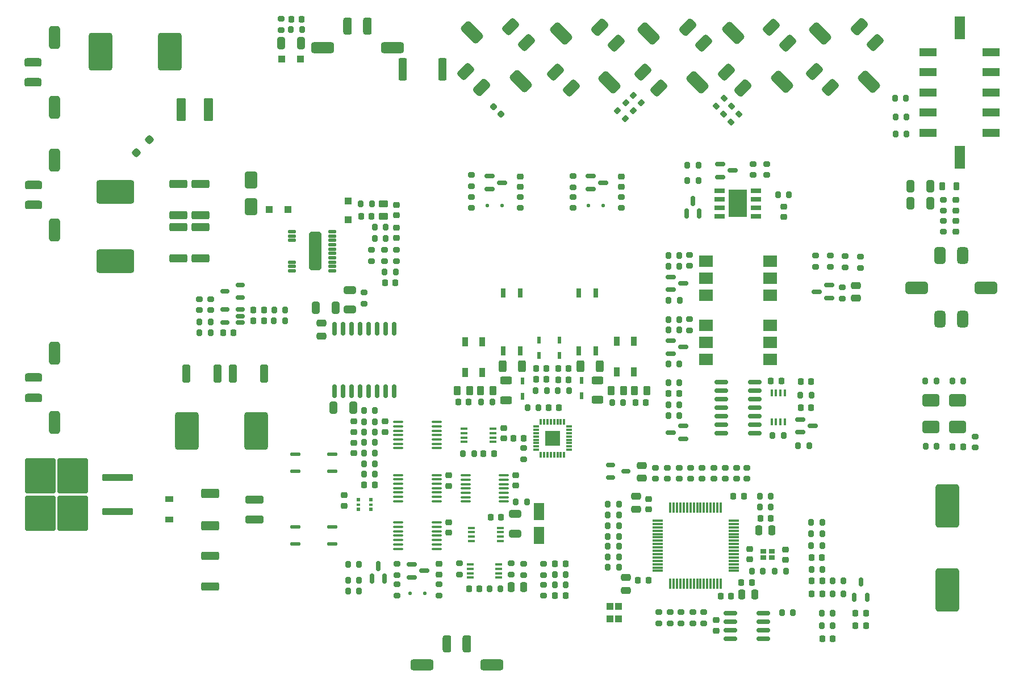
<source format=gbr>
%TF.GenerationSoftware,KiCad,Pcbnew,8.0.2*%
%TF.CreationDate,2025-02-22T19:17:46+01:00*%
%TF.ProjectId,Master_FT25,4d617374-6572-45f4-9654-32352e6b6963,rev?*%
%TF.SameCoordinates,Original*%
%TF.FileFunction,Paste,Top*%
%TF.FilePolarity,Positive*%
%FSLAX46Y46*%
G04 Gerber Fmt 4.6, Leading zero omitted, Abs format (unit mm)*
G04 Created by KiCad (PCBNEW 8.0.2) date 2025-02-22 19:17:46*
%MOMM*%
%LPD*%
G01*
G04 APERTURE LIST*
G04 Aperture macros list*
%AMRoundRect*
0 Rectangle with rounded corners*
0 $1 Rounding radius*
0 $2 $3 $4 $5 $6 $7 $8 $9 X,Y pos of 4 corners*
0 Add a 4 corners polygon primitive as box body*
4,1,4,$2,$3,$4,$5,$6,$7,$8,$9,$2,$3,0*
0 Add four circle primitives for the rounded corners*
1,1,$1+$1,$2,$3*
1,1,$1+$1,$4,$5*
1,1,$1+$1,$6,$7*
1,1,$1+$1,$8,$9*
0 Add four rect primitives between the rounded corners*
20,1,$1+$1,$2,$3,$4,$5,0*
20,1,$1+$1,$4,$5,$6,$7,0*
20,1,$1+$1,$6,$7,$8,$9,0*
20,1,$1+$1,$8,$9,$2,$3,0*%
G04 Aperture macros list end*
%ADD10RoundRect,0.250000X0.625000X-0.312500X0.625000X0.312500X-0.625000X0.312500X-0.625000X-0.312500X0*%
%ADD11RoundRect,0.408750X0.898026X0.319966X0.319966X0.898026X-0.898026X-0.319966X-0.319966X-0.898026X0*%
%ADD12RoundRect,0.408750X0.873277X0.295217X0.295217X0.873277X-0.873277X-0.295217X-0.295217X-0.873277X0*%
%ADD13RoundRect,0.456250X-0.567453X1.212688X-1.212688X0.567453X0.567453X-1.212688X1.212688X-0.567453X0*%
%ADD14RoundRect,0.200000X0.200000X0.275000X-0.200000X0.275000X-0.200000X-0.275000X0.200000X-0.275000X0*%
%ADD15RoundRect,0.250000X-0.262500X-0.450000X0.262500X-0.450000X0.262500X0.450000X-0.262500X0.450000X0*%
%ADD16RoundRect,0.225000X0.225000X0.250000X-0.225000X0.250000X-0.225000X-0.250000X0.225000X-0.250000X0*%
%ADD17RoundRect,0.225000X-0.225000X-0.250000X0.225000X-0.250000X0.225000X0.250000X-0.225000X0.250000X0*%
%ADD18RoundRect,0.250000X-1.075000X0.362500X-1.075000X-0.362500X1.075000X-0.362500X1.075000X0.362500X0*%
%ADD19RoundRect,0.150000X-0.587500X-0.150000X0.587500X-0.150000X0.587500X0.150000X-0.587500X0.150000X0*%
%ADD20RoundRect,0.420000X1.330000X-2.830000X1.330000X2.830000X-1.330000X2.830000X-1.330000X-2.830000X0*%
%ADD21RoundRect,0.225000X0.250000X-0.225000X0.250000X0.225000X-0.250000X0.225000X-0.250000X-0.225000X0*%
%ADD22RoundRect,0.250000X0.475000X-0.250000X0.475000X0.250000X-0.475000X0.250000X-0.475000X-0.250000X0*%
%ADD23RoundRect,0.200000X-0.200000X-0.275000X0.200000X-0.275000X0.200000X0.275000X-0.200000X0.275000X0*%
%ADD24RoundRect,0.200000X-0.275000X0.200000X-0.275000X-0.200000X0.275000X-0.200000X0.275000X0.200000X0*%
%ADD25R,2.540000X1.270000*%
%ADD26R,1.650000X3.430000*%
%ADD27RoundRect,0.200000X0.275000X-0.200000X0.275000X0.200000X-0.275000X0.200000X-0.275000X-0.200000X0*%
%ADD28RoundRect,0.218750X-0.218750X-0.256250X0.218750X-0.256250X0.218750X0.256250X-0.218750X0.256250X0*%
%ADD29RoundRect,0.250000X-0.300000X-0.300000X0.300000X-0.300000X0.300000X0.300000X-0.300000X0.300000X0*%
%ADD30RoundRect,0.150000X-0.825000X-0.150000X0.825000X-0.150000X0.825000X0.150000X-0.825000X0.150000X0*%
%ADD31RoundRect,0.218750X0.218750X0.256250X-0.218750X0.256250X-0.218750X-0.256250X0.218750X-0.256250X0*%
%ADD32RoundRect,0.250000X0.650000X-0.325000X0.650000X0.325000X-0.650000X0.325000X-0.650000X-0.325000X0*%
%ADD33RoundRect,0.250000X-0.475000X0.250000X-0.475000X-0.250000X0.475000X-0.250000X0.475000X0.250000X0*%
%ADD34RoundRect,0.250000X0.325000X0.650000X-0.325000X0.650000X-0.325000X-0.650000X0.325000X-0.650000X0*%
%ADD35R,0.500000X1.075000*%
%ADD36RoundRect,0.200000X-0.335876X-0.053033X-0.053033X-0.335876X0.335876X0.053033X0.053033X0.335876X0*%
%ADD37RoundRect,0.075000X0.700000X0.075000X-0.700000X0.075000X-0.700000X-0.075000X0.700000X-0.075000X0*%
%ADD38RoundRect,0.075000X0.075000X0.700000X-0.075000X0.700000X-0.075000X-0.700000X0.075000X-0.700000X0*%
%ADD39R,2.000000X1.780000*%
%ADD40RoundRect,0.150000X0.150000X-0.587500X0.150000X0.587500X-0.150000X0.587500X-0.150000X-0.587500X0*%
%ADD41RoundRect,0.250000X0.262500X0.450000X-0.262500X0.450000X-0.262500X-0.450000X0.262500X-0.450000X0*%
%ADD42RoundRect,0.218750X-0.256250X0.218750X-0.256250X-0.218750X0.256250X-0.218750X0.256250X0.218750X0*%
%ADD43RoundRect,0.250000X0.650000X-1.000000X0.650000X1.000000X-0.650000X1.000000X-0.650000X-1.000000X0*%
%ADD44R,1.525000X0.650000*%
%ADD45R,2.750000X4.100000*%
%ADD46RoundRect,0.250000X2.050000X0.300000X-2.050000X0.300000X-2.050000X-0.300000X2.050000X-0.300000X0*%
%ADD47RoundRect,0.250000X2.025000X2.375000X-2.025000X2.375000X-2.025000X-2.375000X2.025000X-2.375000X0*%
%ADD48R,0.800000X1.400000*%
%ADD49RoundRect,0.412500X-1.302500X-0.412500X1.302500X-0.412500X1.302500X0.412500X-1.302500X0.412500X0*%
%ADD50RoundRect,0.317500X-0.317500X-0.952500X0.317500X-0.952500X0.317500X0.952500X-0.317500X0.952500X0*%
%ADD51RoundRect,0.250000X-0.325000X-0.650000X0.325000X-0.650000X0.325000X0.650000X-0.325000X0.650000X0*%
%ADD52RoundRect,0.218750X0.335876X0.026517X0.026517X0.335876X-0.335876X-0.026517X-0.026517X-0.335876X0*%
%ADD53RoundRect,0.100000X-0.637500X-0.100000X0.637500X-0.100000X0.637500X0.100000X-0.637500X0.100000X0*%
%ADD54RoundRect,0.150000X0.150000X-0.512500X0.150000X0.512500X-0.150000X0.512500X-0.150000X-0.512500X0*%
%ADD55RoundRect,0.200000X0.335876X0.053033X0.053033X0.335876X-0.335876X-0.053033X-0.053033X-0.335876X0*%
%ADD56RoundRect,0.250000X-1.000000X-0.650000X1.000000X-0.650000X1.000000X0.650000X-1.000000X0.650000X0*%
%ADD57R,1.100000X0.400000*%
%ADD58RoundRect,0.225000X-0.250000X0.225000X-0.250000X-0.225000X0.250000X-0.225000X0.250000X0.225000X0*%
%ADD59RoundRect,0.250000X1.075000X-0.362500X1.075000X0.362500X-1.075000X0.362500X-1.075000X-0.362500X0*%
%ADD60RoundRect,0.250000X1.100000X-0.325000X1.100000X0.325000X-1.100000X0.325000X-1.100000X-0.325000X0*%
%ADD61RoundRect,0.150000X0.587500X0.150000X-0.587500X0.150000X-0.587500X-0.150000X0.587500X-0.150000X0*%
%ADD62RoundRect,0.250000X0.312500X0.625000X-0.312500X0.625000X-0.312500X-0.625000X0.312500X-0.625000X0*%
%ADD63RoundRect,0.350000X-1.400000X-2.450000X1.400000X-2.450000X1.400000X2.450000X-1.400000X2.450000X0*%
%ADD64RoundRect,0.150000X0.512500X0.150000X-0.512500X0.150000X-0.512500X-0.150000X0.512500X-0.150000X0*%
%ADD65RoundRect,0.137500X0.587500X0.137500X-0.587500X0.137500X-0.587500X-0.137500X0.587500X-0.137500X0*%
%ADD66RoundRect,0.250000X-0.362500X-1.075000X0.362500X-1.075000X0.362500X1.075000X-0.362500X1.075000X0*%
%ADD67RoundRect,0.125000X-0.125000X-0.125000X0.125000X-0.125000X0.125000X0.125000X-0.125000X0.125000X0*%
%ADD68RoundRect,0.350000X1.400000X2.450000X-1.400000X2.450000X-1.400000X-2.450000X1.400000X-2.450000X0*%
%ADD69R,0.875000X0.775000*%
%ADD70R,0.850000X0.300000*%
%ADD71R,0.300000X0.850000*%
%ADD72R,2.200000X2.200000*%
%ADD73RoundRect,0.412500X0.412500X-1.302500X0.412500X1.302500X-0.412500X1.302500X-0.412500X-1.302500X0*%
%ADD74RoundRect,0.317500X0.952500X-0.317500X0.952500X0.317500X-0.952500X0.317500X-0.952500X-0.317500X0*%
%ADD75R,0.900000X1.350000*%
%ADD76RoundRect,0.150000X-0.512500X-0.150000X0.512500X-0.150000X0.512500X0.150000X-0.512500X0.150000X0*%
%ADD77R,0.600000X0.600000*%
%ADD78R,0.600000X0.400000*%
%ADD79RoundRect,0.250000X0.250000X0.475000X-0.250000X0.475000X-0.250000X-0.475000X0.250000X-0.475000X0*%
%ADD80R,1.000000X1.000000*%
%ADD81RoundRect,0.250000X-0.250000X-0.475000X0.250000X-0.475000X0.250000X0.475000X-0.250000X0.475000X0*%
%ADD82RoundRect,0.218750X-0.218750X-0.381250X0.218750X-0.381250X0.218750X0.381250X-0.218750X0.381250X0*%
%ADD83RoundRect,0.250000X0.550000X-1.050000X0.550000X1.050000X-0.550000X1.050000X-0.550000X-1.050000X0*%
%ADD84RoundRect,0.250000X0.000000X0.424264X-0.424264X0.000000X0.000000X-0.424264X0.424264X0.000000X0*%
%ADD85R,1.200000X0.850000*%
%ADD86RoundRect,0.408750X0.408750X0.861250X-0.408750X0.861250X-0.408750X-0.861250X0.408750X-0.861250X0*%
%ADD87RoundRect,0.408750X0.408750X0.826250X-0.408750X0.826250X-0.408750X-0.826250X0.408750X-0.826250X0*%
%ADD88RoundRect,0.456250X-1.258750X0.456250X-1.258750X-0.456250X1.258750X-0.456250X1.258750X0.456250X0*%
%ADD89RoundRect,0.200000X-0.053033X0.335876X-0.335876X0.053033X0.053033X-0.335876X0.335876X-0.053033X0*%
%ADD90RoundRect,0.137500X-0.587500X-0.137500X0.587500X-0.137500X0.587500X0.137500X-0.587500X0.137500X0*%
%ADD91RoundRect,0.249999X-0.450001X-1.450001X0.450001X-1.450001X0.450001X1.450001X-0.450001X1.450001X0*%
%ADD92RoundRect,0.250000X0.300000X-0.300000X0.300000X0.300000X-0.300000X0.300000X-0.300000X-0.300000X0*%
%ADD93RoundRect,0.250000X0.450000X-0.262500X0.450000X0.262500X-0.450000X0.262500X-0.450000X-0.262500X0*%
%ADD94RoundRect,0.250000X-0.362500X-1.425000X0.362500X-1.425000X0.362500X1.425000X-0.362500X1.425000X0*%
%ADD95RoundRect,0.408750X-0.898026X-0.319966X-0.319966X-0.898026X0.898026X0.319966X0.319966X0.898026X0*%
%ADD96RoundRect,0.408750X-0.873277X-0.295217X-0.295217X-0.873277X0.873277X0.295217X0.295217X0.873277X0*%
%ADD97RoundRect,0.456250X0.567453X-1.212688X1.212688X-0.567453X-0.567453X1.212688X-1.212688X0.567453X0*%
%ADD98RoundRect,0.218750X0.256250X-0.218750X0.256250X0.218750X-0.256250X0.218750X-0.256250X-0.218750X0*%
%ADD99R,0.400000X1.100000*%
%ADD100RoundRect,0.249999X1.075001X-0.450001X1.075001X0.450001X-1.075001X0.450001X-1.075001X-0.450001X0*%
%ADD101RoundRect,0.112500X-0.487500X-0.112500X0.487500X-0.112500X0.487500X0.112500X-0.487500X0.112500X0*%
%ADD102RoundRect,0.178000X-0.712000X-2.662000X0.712000X-2.662000X0.712000X2.662000X-0.712000X2.662000X0*%
%ADD103RoundRect,0.250000X-0.312500X-0.625000X0.312500X-0.625000X0.312500X0.625000X-0.312500X0.625000X0*%
%ADD104RoundRect,0.150000X0.150000X-0.875000X0.150000X0.875000X-0.150000X0.875000X-0.150000X-0.875000X0*%
%ADD105RoundRect,0.350000X-2.450000X1.400000X-2.450000X-1.400000X2.450000X-1.400000X2.450000X1.400000X0*%
G04 APERTURE END LIST*
D10*
%TO.C,R130*%
X124550000Y-96712500D03*
X124550000Y-93787500D03*
%TD*%
D11*
%TO.C,J6*%
X151633695Y-41086891D03*
D12*
X144962142Y-47758443D03*
X154037858Y-43441557D03*
X147341557Y-50137858D03*
D13*
X153069121Y-49292865D03*
X145807135Y-42030879D03*
%TD*%
D14*
%TO.C,R123*%
X166725000Y-66100000D03*
X165075000Y-66100000D03*
%TD*%
D15*
%TO.C,R127*%
X143687500Y-95250000D03*
X145512500Y-95250000D03*
%TD*%
D16*
%TO.C,C31*%
X171650000Y-125550000D03*
X170100000Y-125550000D03*
%TD*%
D14*
%TO.C,R67*%
X133925000Y-95300000D03*
X132275000Y-95300000D03*
%TD*%
D17*
%TO.C,C38*%
X176625000Y-128425000D03*
X178175000Y-128425000D03*
%TD*%
D18*
%TO.C,R104*%
X78950000Y-70912500D03*
X78950000Y-75537500D03*
%TD*%
D19*
%TO.C,Q2*%
X137162500Y-63300000D03*
X137162500Y-65200000D03*
X139037500Y-64250000D03*
%TD*%
D20*
%TO.C,C36*%
X190350000Y-112450001D03*
X190350000Y-124949999D03*
%TD*%
D21*
%TO.C,C37*%
X155875000Y-131050000D03*
X155875000Y-129500000D03*
%TD*%
D22*
%TO.C,C14*%
X97000000Y-87100000D03*
X97000000Y-85200000D03*
%TD*%
D16*
%TO.C,C53*%
X171650000Y-123675000D03*
X170100000Y-123675000D03*
%TD*%
D23*
%TO.C,R93*%
X148775000Y-81800000D03*
X150425000Y-81800000D03*
%TD*%
D21*
%TO.C,C25*%
X145775000Y-112975000D03*
X145775000Y-111425000D03*
%TD*%
D24*
%TO.C,R44*%
X154000000Y-128325000D03*
X154000000Y-129975000D03*
%TD*%
D25*
%TO.C,J14*%
X187450000Y-56800000D03*
X196850000Y-56800000D03*
X187450000Y-53800000D03*
X196850000Y-53800000D03*
X187450000Y-50800000D03*
X196850000Y-50800000D03*
X187450000Y-47800000D03*
X196850000Y-47800000D03*
X187450000Y-44800000D03*
X196850000Y-44800000D03*
D26*
X192150000Y-60435000D03*
X192150000Y-41165000D03*
%TD*%
D14*
%TO.C,R53*%
X141375000Y-112225000D03*
X139725000Y-112225000D03*
%TD*%
D27*
%TO.C,R73*%
X134500000Y-64925000D03*
X134500000Y-63275000D03*
%TD*%
D28*
%TO.C,D5*%
X86887499Y-83275000D03*
X88462501Y-83275000D03*
%TD*%
D29*
%TO.C,D31*%
X91100000Y-45800000D03*
X93900000Y-45800000D03*
%TD*%
D14*
%TO.C,R35*%
X133437500Y-122675000D03*
X131787500Y-122675000D03*
%TD*%
D30*
%TO.C,U16*%
X156625000Y-93990000D03*
X156625000Y-95260000D03*
X156625000Y-96530000D03*
X156625000Y-97800000D03*
X156625000Y-99070000D03*
X156625000Y-100340000D03*
X156625000Y-101610000D03*
X161575000Y-101610000D03*
X161575000Y-100340000D03*
X161575000Y-99070000D03*
X161575000Y-97800000D03*
X161575000Y-96530000D03*
X161575000Y-95260000D03*
X161575000Y-93990000D03*
%TD*%
D31*
%TO.C,D32*%
X94087500Y-39900000D03*
X92512500Y-39900000D03*
%TD*%
D32*
%TO.C,C44*%
X101275000Y-83200001D03*
X101275000Y-80249999D03*
%TD*%
D23*
%TO.C,R106*%
X104975000Y-72550000D03*
X106625000Y-72550000D03*
%TD*%
D33*
%TO.C,C43*%
X176700000Y-79600001D03*
X176700000Y-81499999D03*
%TD*%
D34*
%TO.C,C45*%
X99100001Y-82875000D03*
X96149999Y-82875000D03*
%TD*%
D23*
%TO.C,R1*%
X103325000Y-99900000D03*
X104975000Y-99900000D03*
%TD*%
D28*
%TO.C,D6*%
X86887499Y-84875000D03*
X88462501Y-84875000D03*
%TD*%
D14*
%TO.C,R54*%
X141375000Y-113800000D03*
X139725000Y-113800000D03*
%TD*%
D17*
%TO.C,C41*%
X164025000Y-93850000D03*
X165575000Y-93850000D03*
%TD*%
D14*
%TO.C,R41*%
X166250000Y-122225000D03*
X164600000Y-122225000D03*
%TD*%
%TO.C,R4*%
X104975000Y-103000000D03*
X103325000Y-103000000D03*
%TD*%
D35*
%TO.C,D15*%
X132450000Y-87750000D03*
X132450000Y-90050000D03*
%TD*%
D36*
%TO.C,R27*%
X143516637Y-51216637D03*
X144683363Y-52383363D03*
%TD*%
D27*
%TO.C,R101*%
X177350000Y-76975000D03*
X177350000Y-75325000D03*
%TD*%
D37*
%TO.C,U12*%
X158449999Y-122150000D03*
X158449999Y-121650001D03*
X158449999Y-121150001D03*
X158449999Y-120650001D03*
X158449999Y-120150001D03*
X158449999Y-119650000D03*
X158449999Y-119150001D03*
X158449999Y-118650001D03*
X158449999Y-118150001D03*
X158449999Y-117650001D03*
X158449999Y-117150002D03*
X158449999Y-116650001D03*
X158449999Y-116150001D03*
X158449999Y-115650001D03*
X158449999Y-115150001D03*
X158449999Y-114650002D03*
D38*
X156524998Y-112725001D03*
X156024999Y-112725001D03*
X155524999Y-112725001D03*
X155024999Y-112725001D03*
X154524999Y-112725001D03*
X154024998Y-112725001D03*
X153524999Y-112725001D03*
X153024999Y-112725001D03*
X152524999Y-112725001D03*
X152024999Y-112725001D03*
X151525000Y-112725001D03*
X151024999Y-112725001D03*
X150524999Y-112725001D03*
X150024999Y-112725001D03*
X149524999Y-112725001D03*
X149025000Y-112725001D03*
D37*
X147099999Y-114650002D03*
X147099999Y-115150001D03*
X147099999Y-115650001D03*
X147099999Y-116150001D03*
X147099999Y-116650001D03*
X147099999Y-117150002D03*
X147099999Y-117650001D03*
X147099999Y-118150001D03*
X147099999Y-118650001D03*
X147099999Y-119150001D03*
X147099999Y-119650000D03*
X147099999Y-120150001D03*
X147099999Y-120650001D03*
X147099999Y-121150001D03*
X147099999Y-121650001D03*
X147099999Y-122150000D03*
D38*
X149025000Y-124075001D03*
X149524999Y-124075001D03*
X150024999Y-124075001D03*
X150524999Y-124075001D03*
X151024999Y-124075001D03*
X151525000Y-124075001D03*
X152024999Y-124075001D03*
X152524999Y-124075001D03*
X153024999Y-124075001D03*
X153524999Y-124075001D03*
X154024998Y-124075001D03*
X154524999Y-124075001D03*
X155024999Y-124075001D03*
X155524999Y-124075001D03*
X156024999Y-124075001D03*
X156524998Y-124075001D03*
%TD*%
D16*
%TO.C,C34*%
X133875000Y-93700000D03*
X132325000Y-93700000D03*
%TD*%
%TO.C,C13*%
X83925000Y-86675000D03*
X82375000Y-86675000D03*
%TD*%
D27*
%TO.C,R36*%
X130112500Y-122750000D03*
X130112500Y-121100000D03*
%TD*%
D39*
%TO.C,U19*%
X154335000Y-85510000D03*
X154335000Y-88050000D03*
X154335000Y-90590000D03*
X163865000Y-90590000D03*
X163865000Y-88050000D03*
X163865000Y-85510000D03*
%TD*%
D40*
%TO.C,D13*%
X151450000Y-68837500D03*
X153350000Y-68837500D03*
X152400000Y-66962500D03*
%TD*%
D23*
%TO.C,R138*%
X100975000Y-123550000D03*
X102625000Y-123550000D03*
%TD*%
%TO.C,R46*%
X139725000Y-115450000D03*
X141375000Y-115450000D03*
%TD*%
D27*
%TO.C,R40*%
X161400000Y-63125000D03*
X161400000Y-61475000D03*
%TD*%
D35*
%TO.C,D35*%
X129450000Y-87750000D03*
X129450000Y-90050000D03*
%TD*%
D41*
%TO.C,R132*%
X119112500Y-95250000D03*
X117287500Y-95250000D03*
%TD*%
D18*
%TO.C,R103*%
X78950000Y-64462500D03*
X78950000Y-69087500D03*
%TD*%
D40*
%TO.C,Q11*%
X104550000Y-123287500D03*
X106450000Y-123287500D03*
X105500000Y-121412499D03*
%TD*%
D42*
%TO.C,D37*%
X191600000Y-66862499D03*
X191600000Y-68437501D03*
%TD*%
D43*
%TO.C,D29*%
X86475000Y-67850000D03*
X86475000Y-63850000D03*
%TD*%
D30*
%TO.C,U15*%
X157950000Y-128445000D03*
X157950000Y-129715000D03*
X157950000Y-130985000D03*
X157950000Y-132255000D03*
X162900000Y-132255000D03*
X162900000Y-130985000D03*
X162900000Y-129715000D03*
X162900000Y-128445000D03*
%TD*%
D27*
%TO.C,R48*%
X157224999Y-108425000D03*
X157224999Y-106775000D03*
%TD*%
D21*
%TO.C,C47*%
X108200000Y-72525000D03*
X108200000Y-70975000D03*
%TD*%
D23*
%TO.C,R7*%
X125987500Y-111875000D03*
X127637500Y-111875000D03*
%TD*%
D44*
%TO.C,IC1*%
X161812000Y-69255000D03*
X161812000Y-67985000D03*
X161812000Y-66715000D03*
X161812000Y-65445000D03*
X156388000Y-65445000D03*
X156388000Y-66715000D03*
X156388000Y-67985000D03*
X156388000Y-69255000D03*
D45*
X159100000Y-67350000D03*
%TD*%
D14*
%TO.C,R24*%
X104975000Y-107750000D03*
X103325000Y-107750000D03*
%TD*%
D46*
%TO.C,Q9*%
X66650000Y-113290000D03*
D47*
X59925000Y-113525000D03*
X59925000Y-107975000D03*
X55075000Y-113525000D03*
X55075000Y-107975000D03*
D46*
X66650000Y-108210000D03*
%TD*%
D23*
%TO.C,R3*%
X103325000Y-104600000D03*
X104975000Y-104600000D03*
%TD*%
D48*
%TO.C,FL4*%
X135330000Y-89375000D03*
X137870000Y-89375000D03*
X137870000Y-80725000D03*
X135330000Y-80725000D03*
%TD*%
D14*
%TO.C,R45*%
X141375000Y-120050000D03*
X139725000Y-120050000D03*
%TD*%
D18*
%TO.C,R13*%
X75700000Y-70912500D03*
X75700000Y-75537500D03*
%TD*%
D17*
%TO.C,C48*%
X106475000Y-79175000D03*
X108025000Y-79175000D03*
%TD*%
D49*
%TO.C,J8*%
X97200000Y-44127500D03*
X107600000Y-44127500D03*
D50*
X100900000Y-40927500D03*
X103900000Y-40927500D03*
%TD*%
D11*
%TO.C,J5*%
X138533695Y-41086891D03*
D12*
X131862142Y-47758443D03*
X140937858Y-43441557D03*
X134241557Y-50137858D03*
D13*
X139969121Y-49292865D03*
X132707135Y-42030879D03*
%TD*%
D14*
%TO.C,R129*%
X122475000Y-97000000D03*
X120825000Y-97000000D03*
%TD*%
D31*
%TO.C,D22*%
X192687501Y-103650000D03*
X191112499Y-103650000D03*
%TD*%
D51*
%TO.C,C55*%
X184824999Y-67325000D03*
X187775001Y-67325000D03*
%TD*%
D48*
%TO.C,FL3*%
X124080000Y-89375000D03*
X126620000Y-89375000D03*
X126620000Y-80725000D03*
X124080000Y-80725000D03*
%TD*%
D19*
%TO.C,Q5*%
X168412500Y-99550000D03*
X168412500Y-101450000D03*
X170287501Y-100500000D03*
%TD*%
D23*
%TO.C,R108*%
X104975000Y-70925000D03*
X106625000Y-70925000D03*
%TD*%
D52*
%TO.C,F5*%
X123806847Y-54056847D03*
X122693153Y-52943153D03*
%TD*%
D53*
%TO.C,U21*%
X118487500Y-107900000D03*
X118487500Y-108550000D03*
X118487500Y-109200000D03*
X118487500Y-109850000D03*
X118487500Y-110500000D03*
X118487500Y-111150000D03*
X118487500Y-111800000D03*
X124212500Y-111800000D03*
X124212500Y-111150000D03*
X124212500Y-110500000D03*
X124212500Y-109850000D03*
X124212500Y-109200000D03*
X124212500Y-108550000D03*
X124212500Y-107900000D03*
%TD*%
D49*
%TO.C,J17*%
X112000000Y-136200000D03*
X122400000Y-136200000D03*
D50*
X115700000Y-133000000D03*
X118700000Y-133000000D03*
%TD*%
D54*
%TO.C,D25*%
X176462500Y-126112500D03*
X178362500Y-126112500D03*
X177412500Y-123837500D03*
%TD*%
D55*
%TO.C,R28*%
X143533363Y-53533363D03*
X142366637Y-52366637D03*
%TD*%
D28*
%TO.C,D9*%
X131825000Y-121125000D03*
X133400002Y-121125000D03*
%TD*%
D24*
%TO.C,R49*%
X148975000Y-128325000D03*
X148975000Y-129975000D03*
%TD*%
D56*
%TO.C,D17*%
X187849999Y-100650000D03*
X191850001Y-100650000D03*
%TD*%
D23*
%TO.C,R94*%
X148725000Y-91300000D03*
X150375000Y-91300000D03*
%TD*%
D17*
%TO.C,C24*%
X159625000Y-123925000D03*
X161175000Y-123925000D03*
%TD*%
%TO.C,C35*%
X143825000Y-97050000D03*
X145375000Y-97050000D03*
%TD*%
D16*
%TO.C,C23*%
X132425000Y-97800000D03*
X130875000Y-97800000D03*
%TD*%
D57*
%TO.C,U2*%
X118300000Y-100975000D03*
X118300000Y-101625000D03*
X118300000Y-102275000D03*
X118300000Y-102925000D03*
X122600000Y-102925000D03*
X122600000Y-102275000D03*
X122600000Y-101625000D03*
X122600000Y-100975000D03*
%TD*%
D11*
%TO.C,J1*%
X177183695Y-41036891D03*
D12*
X170512142Y-47708443D03*
X179587858Y-43391557D03*
X172891557Y-50087858D03*
D13*
X178619121Y-49242865D03*
X171357135Y-41980879D03*
%TD*%
D27*
%TO.C,R18*%
X78800000Y-83275000D03*
X78800000Y-81625000D03*
%TD*%
D16*
%TO.C,C42*%
X170025000Y-93900000D03*
X168475000Y-93900000D03*
%TD*%
D58*
%TO.C,C5*%
X125950000Y-107875000D03*
X125950000Y-109425000D03*
%TD*%
D59*
%TO.C,R139*%
X80450000Y-124512500D03*
X80450000Y-119887500D03*
%TD*%
D39*
%TO.C,U18*%
X154335000Y-75960000D03*
X154335000Y-78500000D03*
X154335000Y-81040000D03*
X163865000Y-81040000D03*
X163865000Y-78500000D03*
X163865000Y-75960000D03*
%TD*%
D42*
%TO.C,D16*%
X126650000Y-63312500D03*
X126650000Y-64887500D03*
%TD*%
D16*
%TO.C,C49*%
X104475000Y-69250000D03*
X102925000Y-69250000D03*
%TD*%
D23*
%TO.C,R15*%
X89987500Y-83275000D03*
X91637500Y-83275000D03*
%TD*%
D14*
%TO.C,R21*%
X153225000Y-63950000D03*
X151575000Y-63950000D03*
%TD*%
D19*
%TO.C,Q7*%
X149062500Y-87837500D03*
X149062500Y-89737500D03*
X150937500Y-88787500D03*
%TD*%
D24*
%TO.C,R69*%
X119350000Y-66375000D03*
X119350000Y-68025000D03*
%TD*%
D23*
%TO.C,R42*%
X161175000Y-122225000D03*
X162825000Y-122225000D03*
%TD*%
D60*
%TO.C,C54*%
X87050000Y-114475001D03*
X87050000Y-111524999D03*
%TD*%
D24*
%TO.C,R61*%
X147325000Y-128325000D03*
X147325000Y-129975000D03*
%TD*%
D61*
%TO.C,Q4*%
X150937500Y-102450000D03*
X150937500Y-100550000D03*
X149062499Y-101500000D03*
%TD*%
D14*
%TO.C,R109*%
X104550000Y-67400000D03*
X102900000Y-67400000D03*
%TD*%
D15*
%TO.C,R122*%
X140237500Y-95250000D03*
X142062500Y-95250000D03*
%TD*%
D62*
%TO.C,R118*%
X138512500Y-91650000D03*
X135587500Y-91650000D03*
%TD*%
D23*
%TO.C,R80*%
X165650000Y-128400000D03*
X167300000Y-128400000D03*
%TD*%
D63*
%TO.C,F3*%
X76950000Y-101300000D03*
X87250000Y-101300000D03*
%TD*%
D58*
%TO.C,C1*%
X115950000Y-114875000D03*
X115950000Y-116425000D03*
%TD*%
D14*
%TO.C,R126*%
X102625000Y-121150000D03*
X100975000Y-121150000D03*
%TD*%
%TO.C,R136*%
X129375000Y-97800000D03*
X127725000Y-97800000D03*
%TD*%
D29*
%TO.C,D30*%
X89250001Y-68275000D03*
X92049999Y-68275000D03*
%TD*%
D51*
%TO.C,C51*%
X91025000Y-43450000D03*
X93975000Y-43450000D03*
%TD*%
D14*
%TO.C,R16*%
X80475000Y-86675000D03*
X78825000Y-86675000D03*
%TD*%
D27*
%TO.C,R75*%
X141700000Y-68025000D03*
X141700000Y-66375000D03*
%TD*%
D64*
%TO.C,D4*%
X84912500Y-81425000D03*
X84912500Y-79525000D03*
X82637500Y-80475000D03*
%TD*%
D24*
%TO.C,R95*%
X151900000Y-75025000D03*
X151900000Y-76675000D03*
%TD*%
D65*
%TO.C,U11*%
X98600000Y-118170000D03*
X98600000Y-115630000D03*
X93100000Y-115630000D03*
X93100000Y-118170000D03*
%TD*%
D66*
%TO.C,R22*%
X83837500Y-92700000D03*
X88462500Y-92700000D03*
%TD*%
D23*
%TO.C,R50*%
X170025000Y-118400000D03*
X171675000Y-118400000D03*
%TD*%
D67*
%TO.C,D24*%
X110200001Y-125500000D03*
X112399999Y-125500000D03*
%TD*%
D14*
%TO.C,R124*%
X174850000Y-125550000D03*
X173200000Y-125550000D03*
%TD*%
D27*
%TO.C,R47*%
X158874999Y-108425000D03*
X158874999Y-106775000D03*
%TD*%
D24*
%TO.C,R65*%
X146774999Y-106775000D03*
X146774999Y-108425000D03*
%TD*%
D27*
%TO.C,R111*%
X104425000Y-75925000D03*
X104425000Y-74275000D03*
%TD*%
D68*
%TO.C,F2*%
X74400000Y-44750000D03*
X64100000Y-44750000D03*
%TD*%
D24*
%TO.C,R107*%
X103375000Y-80625000D03*
X103375000Y-82275000D03*
%TD*%
D14*
%TO.C,R85*%
X150375000Y-97350000D03*
X148725000Y-97350000D03*
%TD*%
D69*
%TO.C,IQXC-42*%
X162900000Y-119212500D03*
X164175000Y-119212500D03*
X164175000Y-120187500D03*
X162900000Y-120187500D03*
%TD*%
D28*
%TO.C,D38*%
X103362499Y-109300000D03*
X104937501Y-109300000D03*
%TD*%
D17*
%TO.C,C29*%
X125625000Y-102350000D03*
X127175000Y-102350000D03*
%TD*%
D70*
%TO.C,IC2*%
X133900000Y-104100000D03*
X133900000Y-103600000D03*
X133900000Y-103100000D03*
X133900000Y-102600000D03*
X133900000Y-102100000D03*
X133900000Y-101600000D03*
X133900000Y-101100000D03*
X133900000Y-100600000D03*
D71*
X133200000Y-99900000D03*
X132700000Y-99900000D03*
X132200000Y-99900000D03*
X131700000Y-99900000D03*
X131200000Y-99900000D03*
X130700000Y-99900000D03*
X130200000Y-99900000D03*
X129700000Y-99900000D03*
D70*
X129000000Y-100600000D03*
X129000000Y-101100000D03*
X129000000Y-101600000D03*
X129000000Y-102100000D03*
X129000000Y-102600000D03*
X129000000Y-103100000D03*
X129000000Y-103600000D03*
X129000000Y-104100000D03*
D71*
X129700000Y-104800000D03*
X130200000Y-104800000D03*
X130700000Y-104800000D03*
X131200000Y-104800000D03*
X131700000Y-104800000D03*
X132200000Y-104800000D03*
X132700000Y-104800000D03*
X133200000Y-104800000D03*
D72*
X131450000Y-102350000D03*
%TD*%
D18*
%TO.C,R12*%
X75675000Y-64462500D03*
X75675000Y-69087500D03*
%TD*%
D53*
%TO.C,U5*%
X108487500Y-107850000D03*
X108487500Y-108500000D03*
X108487500Y-109150000D03*
X108487500Y-109800000D03*
X108487500Y-110450000D03*
X108487500Y-111100000D03*
X108487500Y-111750000D03*
X114212500Y-111750000D03*
X114212500Y-111100000D03*
X114212500Y-110450000D03*
X114212500Y-109800000D03*
X114212500Y-109150000D03*
X114212500Y-108500000D03*
X114212500Y-107850000D03*
%TD*%
D73*
%TO.C,J9*%
X57250000Y-100050000D03*
X57250000Y-89650000D03*
D74*
X54050000Y-96350000D03*
X54050000Y-93350000D03*
%TD*%
D24*
%TO.C,R100*%
X170700000Y-75125000D03*
X170700000Y-76775000D03*
%TD*%
D14*
%TO.C,R23*%
X104975000Y-106200000D03*
X103325000Y-106200000D03*
%TD*%
D75*
%TO.C,FL2*%
X118450000Y-87975001D03*
X118450000Y-92524999D03*
X120950000Y-92524999D03*
X120950000Y-87975001D03*
%TD*%
D17*
%TO.C,C27*%
X158425000Y-111050000D03*
X159975000Y-111050000D03*
%TD*%
D58*
%TO.C,C2*%
X101850001Y-99875000D03*
X101850001Y-101425000D03*
%TD*%
D61*
%TO.C,Q8*%
X172687500Y-81462500D03*
X172687500Y-79562500D03*
X170812500Y-80512500D03*
%TD*%
D23*
%TO.C,R5*%
X103325000Y-98200000D03*
X104975000Y-98200000D03*
%TD*%
D24*
%TO.C,R51*%
X150650000Y-128325000D03*
X150650000Y-129975000D03*
%TD*%
D19*
%TO.C,D14*%
X156412500Y-61500000D03*
X156412500Y-63400000D03*
X158287500Y-62450000D03*
%TD*%
D76*
%TO.C,D12*%
X140087499Y-106350001D03*
X140087499Y-108249999D03*
X142362499Y-107300000D03*
%TD*%
D17*
%TO.C,C32*%
X162425000Y-114300000D03*
X163975000Y-114300000D03*
%TD*%
D14*
%TO.C,R20*%
X153225000Y-61650000D03*
X151575000Y-61650000D03*
%TD*%
D27*
%TO.C,R14*%
X80500000Y-83275000D03*
X80500000Y-81625000D03*
%TD*%
D58*
%TO.C,C52*%
X165900000Y-67825000D03*
X165900000Y-69375000D03*
%TD*%
D77*
%TO.C,U4*%
X104350000Y-113000000D03*
D78*
X104350000Y-112250000D03*
D77*
X104350000Y-111500000D03*
X102550000Y-111500000D03*
D78*
X102550000Y-112250000D03*
D77*
X102550000Y-113000000D03*
%TD*%
D16*
%TO.C,C21*%
X158075000Y-125950000D03*
X156525000Y-125950000D03*
%TD*%
D79*
%TO.C,C12*%
X127162499Y-124575000D03*
X125262501Y-124575000D03*
%TD*%
D14*
%TO.C,R84*%
X169732189Y-103460516D03*
X168082189Y-103460516D03*
%TD*%
D24*
%TO.C,R96*%
X151900000Y-84625000D03*
X151900000Y-86275000D03*
%TD*%
%TO.C,R102*%
X174650000Y-79875000D03*
X174650000Y-81525000D03*
%TD*%
D16*
%TO.C,C58*%
X133875000Y-92000000D03*
X132325000Y-92000000D03*
%TD*%
D42*
%TO.C,D23*%
X114512500Y-121112499D03*
X114512500Y-122687501D03*
%TD*%
D14*
%TO.C,R30*%
X133425000Y-124250000D03*
X131775000Y-124250000D03*
%TD*%
D80*
%TO.C,D10*%
X140025000Y-127425000D03*
X141275000Y-127425000D03*
X141275000Y-129275000D03*
X140025000Y-129275000D03*
%TD*%
D81*
%TO.C,C22*%
X159675001Y-125700000D03*
X161574999Y-125700000D03*
%TD*%
D14*
%TO.C,R63*%
X141375000Y-121575000D03*
X139725000Y-121575000D03*
%TD*%
D82*
%TO.C,FB1*%
X189587500Y-64775000D03*
X191712500Y-64775000D03*
%TD*%
D73*
%TO.C,J15*%
X57200000Y-53000000D03*
X57200000Y-42600000D03*
D74*
X54000000Y-49300000D03*
X54000000Y-46300000D03*
%TD*%
D64*
%TO.C,U9*%
X84887500Y-85087499D03*
X84887500Y-84137500D03*
X84887500Y-83187501D03*
X82612500Y-83187501D03*
X82612500Y-85087499D03*
%TD*%
D67*
%TO.C,D21*%
X136850000Y-67700000D03*
X139050000Y-67700000D03*
%TD*%
D35*
%TO.C,D33*%
X135800000Y-93750000D03*
X135800000Y-96050000D03*
%TD*%
D23*
%TO.C,R88*%
X168425000Y-95950000D03*
X170075000Y-95950000D03*
%TD*%
D14*
%TO.C,R55*%
X171675000Y-116625000D03*
X170025000Y-116625000D03*
%TD*%
D83*
%TO.C,C10*%
X129412500Y-116875000D03*
X129412500Y-113275000D03*
%TD*%
D24*
%TO.C,R74*%
X134500000Y-66375000D03*
X134500000Y-68025000D03*
%TD*%
D66*
%TO.C,R25*%
X76887500Y-92700000D03*
X81512500Y-92700000D03*
%TD*%
D73*
%TO.C,J7*%
X57250000Y-71300000D03*
X57250000Y-60900000D03*
D74*
X54050000Y-67600000D03*
X54050000Y-64600000D03*
%TD*%
D84*
%TO.C,D3*%
X71389949Y-57810051D03*
X69410051Y-59789949D03*
%TD*%
D16*
%TO.C,C30*%
X145750000Y-123550000D03*
X144200000Y-123550000D03*
%TD*%
%TO.C,C11*%
X123775000Y-114150000D03*
X122225000Y-114150000D03*
%TD*%
D79*
%TO.C,C33*%
X164149999Y-116100000D03*
X162250001Y-116100000D03*
%TD*%
D14*
%TO.C,R87*%
X150375000Y-94050000D03*
X148725000Y-94050000D03*
%TD*%
D35*
%TO.C,D34*%
X127000000Y-93800000D03*
X127000000Y-96100000D03*
%TD*%
D24*
%TO.C,R99*%
X172850000Y-75125000D03*
X172850000Y-76775000D03*
%TD*%
D27*
%TO.C,R60*%
X155524999Y-108425000D03*
X155524999Y-106775000D03*
%TD*%
D41*
%TO.C,R133*%
X122562500Y-95250000D03*
X120737500Y-95250000D03*
%TD*%
D23*
%TO.C,R71*%
X187050000Y-93800000D03*
X188700000Y-93800000D03*
%TD*%
D85*
%TO.C,D11*%
X74300000Y-114525000D03*
X74300000Y-111475000D03*
%TD*%
D67*
%TO.C,D18*%
X121700000Y-67700000D03*
X123900000Y-67700000D03*
%TD*%
D21*
%TO.C,C6*%
X100400000Y-112425000D03*
X100400000Y-110875000D03*
%TD*%
D86*
%TO.C,J2*%
X189217500Y-75150000D03*
D87*
X189217500Y-84585000D03*
X192582500Y-75115000D03*
X192582500Y-84585000D03*
D88*
X196035000Y-79937500D03*
X185765000Y-79937500D03*
%TD*%
D17*
%TO.C,C40*%
X171650000Y-132275000D03*
X173200000Y-132275000D03*
%TD*%
D23*
%TO.C,R64*%
X162350000Y-112625000D03*
X164000000Y-112625000D03*
%TD*%
D89*
%TO.C,R32*%
X157020621Y-51703895D03*
X155853895Y-52870621D03*
%TD*%
D27*
%TO.C,R56*%
X160450000Y-108425000D03*
X160450000Y-106775000D03*
%TD*%
D90*
%TO.C,U13*%
X93100000Y-104730000D03*
X93100000Y-107270000D03*
X98600000Y-107270000D03*
X98600000Y-104730000D03*
%TD*%
D24*
%TO.C,R52*%
X152350000Y-128325000D03*
X152350000Y-129975000D03*
%TD*%
D17*
%TO.C,C19*%
X170050000Y-120125000D03*
X171600000Y-120125000D03*
%TD*%
D19*
%TO.C,Q3*%
X110475000Y-121200000D03*
X110475000Y-123100000D03*
X112350001Y-122150000D03*
%TD*%
D58*
%TO.C,C17*%
X166150000Y-118950000D03*
X166150000Y-120500000D03*
%TD*%
D27*
%TO.C,R68*%
X119350000Y-64775000D03*
X119350000Y-63125000D03*
%TD*%
D32*
%TO.C,C9*%
X125850000Y-116625001D03*
X125850000Y-113674999D03*
%TD*%
D58*
%TO.C,C7*%
X115950000Y-107925000D03*
X115950000Y-109475000D03*
%TD*%
D24*
%TO.C,R77*%
X108312500Y-124175000D03*
X108312500Y-125825000D03*
%TD*%
D42*
%TO.C,D20*%
X141700000Y-63312500D03*
X141700000Y-64887500D03*
%TD*%
D53*
%TO.C,U7*%
X108487500Y-99950000D03*
X108487500Y-100600000D03*
X108487500Y-101250000D03*
X108487500Y-101900000D03*
X108487500Y-102550000D03*
X108487500Y-103200000D03*
X108487500Y-103850000D03*
X114212500Y-103850000D03*
X114212500Y-103200000D03*
X114212500Y-102550000D03*
X114212500Y-101900000D03*
X114212500Y-101250000D03*
X114212500Y-100600000D03*
X114212500Y-99950000D03*
%TD*%
D91*
%TO.C,C46*%
X76100000Y-53400000D03*
X80200000Y-53400000D03*
%TD*%
D92*
%TO.C,D28*%
X101000000Y-69749999D03*
X101000000Y-66950001D03*
%TD*%
D14*
%TO.C,R11*%
X123700000Y-124824999D03*
X122050000Y-124824999D03*
%TD*%
%TO.C,R90*%
X150375000Y-84650000D03*
X148725000Y-84650000D03*
%TD*%
D24*
%TO.C,R98*%
X175050000Y-75225000D03*
X175050000Y-76875000D03*
%TD*%
D16*
%TO.C,C60*%
X118975000Y-97000000D03*
X117425000Y-97000000D03*
%TD*%
D89*
%TO.C,R34*%
X159233363Y-54016637D03*
X158066637Y-55183363D03*
%TD*%
D28*
%TO.C,D2*%
X118987499Y-124824999D03*
X120562501Y-124824999D03*
%TD*%
%TO.C,D8*%
X131812499Y-125800000D03*
X133387501Y-125800000D03*
%TD*%
D57*
%TO.C,U14*%
X119400000Y-115725000D03*
X119400000Y-116375000D03*
X119400000Y-117025000D03*
X119400000Y-117675000D03*
X123700000Y-117675000D03*
X123700000Y-117025000D03*
X123700000Y-116375000D03*
X123700000Y-115725000D03*
%TD*%
D93*
%TO.C,R110*%
X106225000Y-69237500D03*
X106225000Y-67412500D03*
%TD*%
D14*
%TO.C,R17*%
X80475000Y-85025000D03*
X78825000Y-85025000D03*
%TD*%
D19*
%TO.C,Q1*%
X122062500Y-63300000D03*
X122062500Y-65200000D03*
X123937500Y-64250000D03*
%TD*%
D75*
%TO.C,FL1*%
X141050000Y-87925001D03*
X141050000Y-92474999D03*
X143550000Y-92474999D03*
X143550000Y-87925001D03*
%TD*%
D34*
%TO.C,C16*%
X187775001Y-64775000D03*
X184824999Y-64775000D03*
%TD*%
D23*
%TO.C,R120*%
X182525000Y-51700000D03*
X184175000Y-51700000D03*
%TD*%
D27*
%TO.C,R58*%
X148574999Y-108425000D03*
X148574999Y-106775000D03*
%TD*%
D23*
%TO.C,R105*%
X106425000Y-77550000D03*
X108075000Y-77550000D03*
%TD*%
%TO.C,R116*%
X92475000Y-41450000D03*
X94125000Y-41450000D03*
%TD*%
D10*
%TO.C,R121*%
X138200000Y-96662500D03*
X138200000Y-93737500D03*
%TD*%
D23*
%TO.C,R117*%
X140325000Y-97050000D03*
X141975000Y-97050000D03*
%TD*%
D24*
%TO.C,R43*%
X163400000Y-61475000D03*
X163400000Y-63125000D03*
%TD*%
D22*
%TO.C,C28*%
X142375000Y-125049999D03*
X142375000Y-123150001D03*
%TD*%
D33*
%TO.C,C20*%
X143925000Y-111050001D03*
X143925000Y-112949999D03*
%TD*%
D14*
%TO.C,R128*%
X130625000Y-95250000D03*
X128975000Y-95250000D03*
%TD*%
D24*
%TO.C,R31*%
X130112500Y-124200000D03*
X130112500Y-125850000D03*
%TD*%
D27*
%TO.C,R115*%
X91000000Y-41475000D03*
X91000000Y-39825000D03*
%TD*%
D51*
%TO.C,C15*%
X98824999Y-97800000D03*
X101775001Y-97800000D03*
%TD*%
D55*
%TO.C,R29*%
X142333363Y-54683363D03*
X141166637Y-53516637D03*
%TD*%
D14*
%TO.C,R91*%
X150375000Y-76700000D03*
X148725000Y-76700000D03*
%TD*%
D23*
%TO.C,R119*%
X182575000Y-54450000D03*
X184225000Y-54450000D03*
%TD*%
D27*
%TO.C,R79*%
X114512500Y-125825000D03*
X114512500Y-124175000D03*
%TD*%
D23*
%TO.C,R86*%
X164275000Y-102000000D03*
X165925000Y-102000000D03*
%TD*%
D31*
%TO.C,D1*%
X122737501Y-104650000D03*
X121162499Y-104650000D03*
%TD*%
D58*
%TO.C,C3*%
X124162500Y-100850000D03*
X124162500Y-102400000D03*
%TD*%
D23*
%TO.C,R144*%
X100975000Y-125150000D03*
X102625000Y-125150000D03*
%TD*%
D27*
%TO.C,R112*%
X108200000Y-75925000D03*
X108200000Y-74275000D03*
%TD*%
D23*
%TO.C,R6*%
X118125000Y-104650000D03*
X119775000Y-104650000D03*
%TD*%
D94*
%TO.C,R114*%
X109087500Y-47350000D03*
X115012500Y-47350000D03*
%TD*%
D27*
%TO.C,R137*%
X127150000Y-105475000D03*
X127150000Y-103825000D03*
%TD*%
D14*
%TO.C,R82*%
X173225000Y-130300000D03*
X171575000Y-130300000D03*
%TD*%
D95*
%TO.C,J10*%
X120916305Y-50063109D03*
D96*
X127587858Y-43391557D03*
X118512142Y-47708443D03*
X125208443Y-41012142D03*
D97*
X119480879Y-41857135D03*
X126742865Y-49119121D03*
%TD*%
D21*
%TO.C,C8*%
X106500000Y-101425000D03*
X106500000Y-99875000D03*
%TD*%
D14*
%TO.C,R141*%
X174850000Y-123675000D03*
X173200000Y-123675000D03*
%TD*%
D31*
%TO.C,D26*%
X150337501Y-95700000D03*
X148762499Y-95700000D03*
%TD*%
D56*
%TO.C,D19*%
X187874999Y-96700000D03*
X191875001Y-96700000D03*
%TD*%
D98*
%TO.C,D36*%
X191600000Y-71537501D03*
X191600000Y-69962499D03*
%TD*%
D14*
%TO.C,R19*%
X91587500Y-84875000D03*
X89937500Y-84875000D03*
%TD*%
D99*
%TO.C,U17*%
X166075001Y-95650000D03*
X165425000Y-95650000D03*
X164775000Y-95650000D03*
X164124999Y-95650000D03*
X164124999Y-99950000D03*
X164775000Y-99950000D03*
X165425000Y-99950000D03*
X166075001Y-99950000D03*
%TD*%
D19*
%TO.C,Q6*%
X149062500Y-78300000D03*
X149062500Y-80200000D03*
X150937500Y-79250000D03*
%TD*%
D16*
%TO.C,C39*%
X178175000Y-130325000D03*
X176625000Y-130325000D03*
%TD*%
D23*
%TO.C,R83*%
X148725000Y-99000000D03*
X150375000Y-99000000D03*
%TD*%
D14*
%TO.C,R37*%
X141375000Y-118500000D03*
X139725000Y-118500000D03*
%TD*%
%TO.C,R2*%
X104975000Y-101450000D03*
X103325000Y-101450000D03*
%TD*%
D17*
%TO.C,C61*%
X129025000Y-92000000D03*
X130575000Y-92000000D03*
%TD*%
D27*
%TO.C,R57*%
X153774999Y-108425000D03*
X153774999Y-106775000D03*
%TD*%
D24*
%TO.C,R8*%
X117612500Y-121050000D03*
X117612500Y-122700000D03*
%TD*%
D100*
%TO.C,R140*%
X80400000Y-115400000D03*
X80400000Y-110600000D03*
%TD*%
D53*
%TO.C,U1*%
X108487500Y-114950000D03*
X108487500Y-115600000D03*
X108487500Y-116250000D03*
X108487500Y-116900000D03*
X108487500Y-117550000D03*
X108487500Y-118200000D03*
X108487500Y-118850000D03*
X114212500Y-118850000D03*
X114212500Y-118200000D03*
X114212500Y-117550000D03*
X114212500Y-116900000D03*
X114212500Y-116250000D03*
X114212500Y-115600000D03*
X114212500Y-114950000D03*
%TD*%
D27*
%TO.C,R70*%
X126650000Y-68025000D03*
X126650000Y-66375000D03*
%TD*%
D24*
%TO.C,R142*%
X189700000Y-66800000D03*
X189700000Y-68450000D03*
%TD*%
%TO.C,R66*%
X194450000Y-102125000D03*
X194450000Y-103775000D03*
%TD*%
D14*
%TO.C,R72*%
X192700000Y-93800000D03*
X191050000Y-93800000D03*
%TD*%
D27*
%TO.C,R113*%
X106375000Y-75925000D03*
X106375000Y-74275000D03*
%TD*%
D23*
%TO.C,R78*%
X187075000Y-103600000D03*
X188725000Y-103600000D03*
%TD*%
D58*
%TO.C,C18*%
X160850000Y-118875000D03*
X160850000Y-120425000D03*
%TD*%
D24*
%TO.C,R134*%
X152074999Y-106775000D03*
X152074999Y-108425000D03*
%TD*%
D21*
%TO.C,C50*%
X108200000Y-69100000D03*
X108200000Y-67550000D03*
%TD*%
D27*
%TO.C,R143*%
X189700000Y-71575000D03*
X189700000Y-69925000D03*
%TD*%
D23*
%TO.C,R97*%
X182575000Y-57020000D03*
X184225000Y-57020000D03*
%TD*%
D89*
%TO.C,R33*%
X158133363Y-52866637D03*
X156966637Y-54033363D03*
%TD*%
D21*
%TO.C,C4*%
X101850000Y-104575000D03*
X101850000Y-103025000D03*
%TD*%
D14*
%TO.C,R92*%
X150375000Y-86250000D03*
X148725000Y-86250000D03*
%TD*%
D101*
%TO.C,U20*%
X92625000Y-71550000D03*
X92625000Y-72200000D03*
X92625000Y-72850000D03*
X92625000Y-76100000D03*
X92625000Y-76750000D03*
X92625000Y-77400000D03*
X98625000Y-77400000D03*
X98625000Y-76750000D03*
X98625000Y-76100000D03*
X98625000Y-75450000D03*
X98625000Y-74800000D03*
X98625000Y-74150000D03*
X98625000Y-73500000D03*
X98625000Y-72850000D03*
X98625000Y-72200000D03*
X98625000Y-71550000D03*
D102*
X96095000Y-74475000D03*
%TD*%
D103*
%TO.C,R131*%
X123987500Y-91650000D03*
X126912500Y-91650000D03*
%TD*%
D57*
%TO.C,U8*%
X119162500Y-121199999D03*
X119162500Y-121850000D03*
X119162500Y-122500000D03*
X119162500Y-123150001D03*
X123462500Y-123150001D03*
X123462500Y-122500000D03*
X123462500Y-121850000D03*
X123462500Y-121199999D03*
%TD*%
D24*
%TO.C,R9*%
X127162500Y-121100000D03*
X127162500Y-122750000D03*
%TD*%
D23*
%TO.C,R81*%
X171600000Y-128425000D03*
X173250000Y-128425000D03*
%TD*%
%TO.C,R59*%
X162350000Y-111050000D03*
X164000000Y-111050000D03*
%TD*%
D33*
%TO.C,C26*%
X144774999Y-106450001D03*
X144774999Y-108349999D03*
%TD*%
D104*
%TO.C,U10*%
X98955000Y-95350000D03*
X100225000Y-95350000D03*
X101495000Y-95350000D03*
X102765000Y-95350000D03*
X104035000Y-95350000D03*
X105305000Y-95350000D03*
X106575000Y-95350000D03*
X107845000Y-95350000D03*
X107845000Y-86050000D03*
X106575000Y-86050000D03*
X105305000Y-86050000D03*
X104035000Y-86050000D03*
X102765000Y-86050000D03*
X101495000Y-86050000D03*
X100225000Y-86050000D03*
X98955000Y-86050000D03*
%TD*%
D24*
%TO.C,R76*%
X108312500Y-121100000D03*
X108312500Y-122750000D03*
%TD*%
D14*
%TO.C,R89*%
X150375000Y-75150000D03*
X148725000Y-75150000D03*
%TD*%
D16*
%TO.C,C59*%
X130575000Y-93600000D03*
X129025000Y-93600000D03*
%TD*%
D14*
%TO.C,R62*%
X171675000Y-114900000D03*
X170025000Y-114900000D03*
%TD*%
D28*
%TO.C,D27*%
X168462499Y-97850000D03*
X170037501Y-97850000D03*
%TD*%
D23*
%TO.C,R39*%
X139725000Y-117012500D03*
X141375000Y-117012500D03*
%TD*%
D95*
%TO.C,J4*%
X159816305Y-50113109D03*
D96*
X166487858Y-43441557D03*
X157412142Y-47758443D03*
X164108443Y-41062142D03*
D97*
X158380879Y-41907135D03*
X165642865Y-49169121D03*
%TD*%
D23*
%TO.C,R38*%
X170050000Y-121950000D03*
X171700000Y-121950000D03*
%TD*%
D27*
%TO.C,R10*%
X125262500Y-122700000D03*
X125262500Y-121050000D03*
%TD*%
D105*
%TO.C,F1*%
X66275000Y-65650000D03*
X66275000Y-75950000D03*
%TD*%
D24*
%TO.C,R135*%
X150324999Y-106775000D03*
X150324999Y-108425000D03*
%TD*%
M02*

</source>
